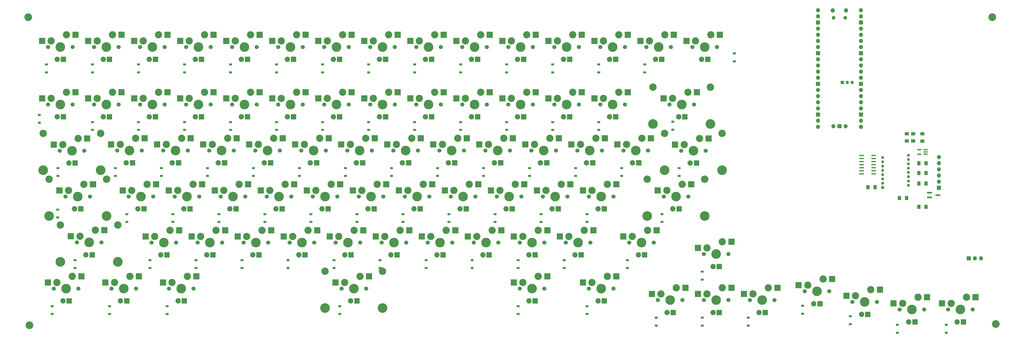
<source format=gbr>
%TF.GenerationSoftware,KiCad,Pcbnew,(6.0.10)*%
%TF.CreationDate,2023-01-22T17:56:11-08:00*%
%TF.ProjectId,OOTstag rev2,4f4f5473-7461-4672-9072-6576322e6b69,rev?*%
%TF.SameCoordinates,Original*%
%TF.FileFunction,Soldermask,Bot*%
%TF.FilePolarity,Negative*%
%FSLAX46Y46*%
G04 Gerber Fmt 4.6, Leading zero omitted, Abs format (unit mm)*
G04 Created by KiCad (PCBNEW (6.0.10)) date 2023-01-22 17:56:11*
%MOMM*%
%LPD*%
G01*
G04 APERTURE LIST*
G04 Aperture macros list*
%AMRoundRect*
0 Rectangle with rounded corners*
0 $1 Rounding radius*
0 $2 $3 $4 $5 $6 $7 $8 $9 X,Y pos of 4 corners*
0 Add a 4 corners polygon primitive as box body*
4,1,4,$2,$3,$4,$5,$6,$7,$8,$9,$2,$3,0*
0 Add four circle primitives for the rounded corners*
1,1,$1+$1,$2,$3*
1,1,$1+$1,$4,$5*
1,1,$1+$1,$6,$7*
1,1,$1+$1,$8,$9*
0 Add four rect primitives between the rounded corners*
20,1,$1+$1,$2,$3,$4,$5,0*
20,1,$1+$1,$4,$5,$6,$7,0*
20,1,$1+$1,$6,$7,$8,$9,0*
20,1,$1+$1,$8,$9,$2,$3,0*%
G04 Aperture macros list end*
%ADD10C,4.000000*%
%ADD11C,1.701800*%
%ADD12C,3.050000*%
%ADD13C,3.987800*%
%ADD14C,3.000000*%
%ADD15R,2.550000X2.500000*%
%ADD16C,2.200000*%
%ADD17R,2.200000X2.200000*%
%ADD18C,3.200000*%
%ADD19R,1.350000X1.350000*%
%ADD20O,1.350000X1.350000*%
%ADD21O,1.500000X1.500000*%
%ADD22O,1.800000X1.800000*%
%ADD23O,1.700000X1.700000*%
%ADD24R,1.700000X1.700000*%
%ADD25R,1.200000X0.900000*%
%ADD26RoundRect,0.250001X-0.462499X-0.624999X0.462499X-0.624999X0.462499X0.624999X-0.462499X0.624999X0*%
%ADD27RoundRect,0.250001X0.462499X0.624999X-0.462499X0.624999X-0.462499X-0.624999X0.462499X-0.624999X0*%
%ADD28R,1.200000X1.200000*%
%ADD29C,1.200000*%
%ADD30R,2.000000X0.650000*%
%ADD31RoundRect,0.250001X0.624999X-0.462499X0.624999X0.462499X-0.624999X0.462499X-0.624999X-0.462499X0*%
%ADD32R,1.970000X0.600000*%
%ADD33RoundRect,0.250001X-0.624999X0.462499X-0.624999X-0.462499X0.624999X-0.462499X0.624999X0.462499X0*%
%ADD34R,1.800000X0.600000*%
G04 APERTURE END LIST*
D10*
%TO.C,K76*%
X195030950Y-265524300D03*
D11*
X201863750Y-257472500D03*
D12*
X195030950Y-250284300D03*
D13*
X206943750Y-257472500D03*
D14*
X203133750Y-254932500D03*
D10*
X218830950Y-265524300D03*
D14*
X209483750Y-252392500D03*
D11*
X212023750Y-257472500D03*
D12*
X218830950Y-250284300D03*
D15*
X213233750Y-252392500D03*
X199383750Y-254932500D03*
D16*
X205648350Y-262577900D03*
D17*
X208213750Y-262577900D03*
%TD*%
D14*
%TO.C,K40*%
X262665000Y-197782500D03*
D11*
X261395000Y-200322500D03*
D14*
X269015000Y-195242500D03*
D13*
X266475000Y-200322500D03*
D11*
X271555000Y-200322500D03*
D15*
X272765000Y-195242500D03*
X258915000Y-197782500D03*
D16*
X265179600Y-205427900D03*
D17*
X267745000Y-205427900D03*
%TD*%
D14*
%TO.C,K62*%
X149952500Y-233342500D03*
X143602500Y-235882500D03*
D11*
X142332500Y-238422500D03*
X152492500Y-238422500D03*
D13*
X147412500Y-238422500D03*
D15*
X153702500Y-233342500D03*
X139852500Y-235882500D03*
D16*
X146117100Y-243527900D03*
D17*
X148682500Y-243527900D03*
%TD*%
D14*
%TO.C,K4*%
X157890000Y-154920000D03*
X164240000Y-152380000D03*
D13*
X161700000Y-157460000D03*
D11*
X166780000Y-157460000D03*
X156620000Y-157460000D03*
D15*
X167990000Y-152380000D03*
X154140000Y-154920000D03*
D16*
X160404600Y-162565400D03*
D17*
X162970000Y-162565400D03*
%TD*%
D11*
%TO.C,K76*%
X97780300Y-219368200D03*
D14*
X88890300Y-216828200D03*
D10*
X80787500Y-227420000D03*
D12*
X104587500Y-212180000D03*
D13*
X92700300Y-219368200D03*
D12*
X80787500Y-212180000D03*
D10*
X104587500Y-227420000D03*
D14*
X95240300Y-214288200D03*
D11*
X87620300Y-219368200D03*
D15*
X98990300Y-214288200D03*
X85140300Y-216828200D03*
D16*
X91404900Y-224473600D03*
D17*
X93970300Y-224473600D03*
%TD*%
D14*
%TO.C,K46*%
X88833750Y-216832500D03*
D13*
X92643750Y-219372500D03*
D14*
X95183750Y-214292500D03*
D11*
X97723750Y-219372500D03*
X87563750Y-219372500D03*
D15*
X98933750Y-214292500D03*
X85083750Y-216832500D03*
D16*
X91348350Y-224477900D03*
D17*
X93913750Y-224477900D03*
%TD*%
D10*
%TO.C,K76*%
X78387500Y-208420000D03*
D13*
X90300300Y-200368200D03*
D11*
X95380300Y-200368200D03*
D14*
X86490300Y-197828200D03*
D10*
X102187500Y-208420000D03*
D12*
X102187500Y-193180000D03*
D11*
X85220300Y-200368200D03*
D14*
X92840300Y-195288200D03*
D12*
X78387500Y-193180000D03*
D15*
X96590300Y-195288200D03*
X82740300Y-197828200D03*
D16*
X89004900Y-205473600D03*
D17*
X91570300Y-205473600D03*
%TD*%
D13*
%TO.C,K8*%
X237900000Y-157460000D03*
D14*
X240440000Y-152380000D03*
X234090000Y-154920000D03*
D11*
X232820000Y-157460000D03*
X242980000Y-157460000D03*
D15*
X244190000Y-152380000D03*
X230340000Y-154920000D03*
D16*
X236604600Y-162565400D03*
D17*
X239170000Y-162565400D03*
%TD*%
D14*
%TO.C,K51*%
X191227500Y-216832500D03*
D13*
X195037500Y-219372500D03*
D11*
X200117500Y-219372500D03*
X189957500Y-219372500D03*
D14*
X197577500Y-214292500D03*
D15*
X201327500Y-214292500D03*
X187477500Y-216832500D03*
D16*
X193742100Y-224477900D03*
D17*
X196307500Y-224477900D03*
%TD*%
D14*
%TO.C,K14*%
X354740000Y-152380000D03*
D13*
X352200000Y-157460000D03*
D14*
X348390000Y-154920000D03*
D11*
X357280000Y-157460000D03*
X347120000Y-157460000D03*
D15*
X358490000Y-152380000D03*
X344640000Y-154920000D03*
D16*
X350904600Y-162565400D03*
D17*
X353470000Y-162565400D03*
%TD*%
D18*
%TO.C,H2*%
X471200000Y-145100000D03*
%TD*%
D14*
%TO.C,K3*%
X138840000Y-154920000D03*
D11*
X137570000Y-157460000D03*
D14*
X145190000Y-152380000D03*
D11*
X147730000Y-157460000D03*
D13*
X142650000Y-157460000D03*
D15*
X148940000Y-152380000D03*
X135090000Y-154920000D03*
D16*
X141354600Y-162565400D03*
D17*
X143920000Y-162565400D03*
%TD*%
D14*
%TO.C,K12*%
X316640000Y-152380000D03*
D11*
X309020000Y-157460000D03*
X319180000Y-157460000D03*
D13*
X314100000Y-157460000D03*
D14*
X310290000Y-154920000D03*
D15*
X320390000Y-152380000D03*
X306540000Y-154920000D03*
D16*
X312804600Y-162565400D03*
D17*
X315370000Y-162565400D03*
%TD*%
D14*
%TO.C,K42*%
X300765000Y-197782500D03*
D11*
X299495000Y-200322500D03*
D13*
X304575000Y-200322500D03*
D11*
X309655000Y-200322500D03*
D14*
X307115000Y-195242500D03*
D15*
X310865000Y-195242500D03*
X297015000Y-197782500D03*
D16*
X303279600Y-205427900D03*
D17*
X305845000Y-205427900D03*
%TD*%
D13*
%TO.C,K78*%
X309337500Y-257472500D03*
D11*
X314417500Y-257472500D03*
D14*
X305527500Y-254932500D03*
X311877500Y-252392500D03*
D11*
X304257500Y-257472500D03*
D15*
X315627500Y-252392500D03*
X301777500Y-254932500D03*
D16*
X308042100Y-262577900D03*
D17*
X310607500Y-262577900D03*
%TD*%
D14*
%TO.C,K55*%
X267427500Y-216832500D03*
D11*
X266157500Y-219372500D03*
X276317500Y-219372500D03*
D13*
X271237500Y-219372500D03*
D14*
X273777500Y-214292500D03*
D15*
X277527500Y-214292500D03*
X263677500Y-216832500D03*
D16*
X269942100Y-224477900D03*
D17*
X272507500Y-224477900D03*
%TD*%
D11*
%TO.C,K5*%
X185830000Y-157460000D03*
D14*
X183290000Y-152380000D03*
X176940000Y-154920000D03*
D11*
X175670000Y-157460000D03*
D13*
X180750000Y-157460000D03*
D15*
X187040000Y-152380000D03*
X173190000Y-154920000D03*
D16*
X179454600Y-162565400D03*
D17*
X182020000Y-162565400D03*
%TD*%
D14*
%TO.C,K61*%
X130902500Y-233342500D03*
D13*
X128362500Y-238422500D03*
D11*
X133442500Y-238422500D03*
X123282500Y-238422500D03*
D14*
X124552500Y-235882500D03*
D15*
X134652500Y-233342500D03*
X120802500Y-235882500D03*
D16*
X127067100Y-243527900D03*
D17*
X129632500Y-243527900D03*
%TD*%
D19*
%TO.C,REF\u002A\u002A*%
X409200000Y-172100000D03*
D20*
X411200000Y-172100000D03*
X413200000Y-172100000D03*
%TD*%
D14*
%TO.C,K72*%
X353152500Y-240645000D03*
D11*
X351882500Y-243185000D03*
X362042500Y-243185000D03*
D14*
X359502500Y-238105000D03*
D13*
X356962500Y-243185000D03*
D15*
X363252500Y-238105000D03*
X349402500Y-240645000D03*
D16*
X355667100Y-248290400D03*
D17*
X358232500Y-248290400D03*
%TD*%
D14*
%TO.C,K64*%
X181702500Y-235882500D03*
D11*
X180432500Y-238422500D03*
D14*
X188052500Y-233342500D03*
D13*
X185512500Y-238422500D03*
D11*
X190592500Y-238422500D03*
D15*
X191802500Y-233342500D03*
X177952500Y-235882500D03*
D16*
X184217100Y-243527900D03*
D17*
X186782500Y-243527900D03*
%TD*%
D11*
%TO.C,MX_NUM6*%
X432850000Y-266140000D03*
D14*
X434120000Y-263600000D03*
D13*
X437930000Y-266140000D03*
D14*
X440470000Y-261060000D03*
D11*
X443010000Y-266140000D03*
D15*
X444220000Y-261060000D03*
X430370000Y-263600000D03*
D16*
X436634600Y-271245400D03*
D17*
X439200000Y-271245400D03*
%TD*%
D11*
%TO.C,K79*%
X342992500Y-262235000D03*
D14*
X340452500Y-257155000D03*
D11*
X332832500Y-262235000D03*
D14*
X334102500Y-259695000D03*
D13*
X337912500Y-262235000D03*
D15*
X344202500Y-257155000D03*
X330352500Y-259695000D03*
D16*
X336617100Y-267340400D03*
D17*
X339182500Y-267340400D03*
%TD*%
D11*
%TO.C,K54*%
X257267500Y-219372500D03*
D14*
X254727500Y-214292500D03*
D11*
X247107500Y-219372500D03*
D14*
X248377500Y-216832500D03*
D13*
X252187500Y-219372500D03*
D15*
X258477500Y-214292500D03*
X244627500Y-216832500D03*
D16*
X250892100Y-224477900D03*
D17*
X253457500Y-224477900D03*
%TD*%
D11*
%TO.C,K65*%
X209642500Y-238422500D03*
D14*
X200752500Y-235882500D03*
D11*
X199482500Y-238422500D03*
D14*
X207102500Y-233342500D03*
D13*
X204562500Y-238422500D03*
D15*
X210852500Y-233342500D03*
X197002500Y-235882500D03*
D16*
X203267100Y-243527900D03*
D17*
X205832500Y-243527900D03*
%TD*%
D14*
%TO.C,K18*%
X126140000Y-176192500D03*
X119790000Y-178732500D03*
D13*
X123600000Y-181272500D03*
D11*
X118520000Y-181272500D03*
X128680000Y-181272500D03*
D15*
X129890000Y-176192500D03*
X116040000Y-178732500D03*
D16*
X122304600Y-186377900D03*
D17*
X124870000Y-186377900D03*
%TD*%
D13*
%TO.C,K7*%
X218850000Y-157460000D03*
D14*
X221390000Y-152380000D03*
X215040000Y-154920000D03*
D11*
X213770000Y-157460000D03*
X223930000Y-157460000D03*
D15*
X225140000Y-152380000D03*
X211290000Y-154920000D03*
D16*
X217554600Y-162565400D03*
D17*
X220120000Y-162565400D03*
%TD*%
D14*
%TO.C,K68*%
X264252500Y-233342500D03*
X257902500Y-235882500D03*
D11*
X256632500Y-238422500D03*
X266792500Y-238422500D03*
D13*
X261712500Y-238422500D03*
D15*
X268002500Y-233342500D03*
X254152500Y-235882500D03*
D16*
X260417100Y-243527900D03*
D17*
X262982500Y-243527900D03*
%TD*%
D14*
%TO.C,K49*%
X153127500Y-216832500D03*
D13*
X156937500Y-219372500D03*
D14*
X159477500Y-214292500D03*
D11*
X162017500Y-219372500D03*
X151857500Y-219372500D03*
D15*
X163227500Y-214292500D03*
X149377500Y-216832500D03*
D16*
X155642100Y-224477900D03*
D17*
X158207500Y-224477900D03*
%TD*%
D14*
%TO.C,K34*%
X148365000Y-197782500D03*
X154715000Y-195242500D03*
D11*
X147095000Y-200322500D03*
D13*
X152175000Y-200322500D03*
D11*
X157255000Y-200322500D03*
D15*
X158465000Y-195242500D03*
X144615000Y-197782500D03*
D16*
X150879600Y-205427900D03*
D17*
X153445000Y-205427900D03*
%TD*%
D11*
%TO.C,K17*%
X99470000Y-181272500D03*
X109630000Y-181272500D03*
D13*
X104550000Y-181272500D03*
D14*
X100740000Y-178732500D03*
X107090000Y-176192500D03*
D15*
X110840000Y-176192500D03*
X96990000Y-178732500D03*
D16*
X103254600Y-186377900D03*
D17*
X105820000Y-186377900D03*
%TD*%
D14*
%TO.C,K24*%
X234090000Y-178732500D03*
D13*
X237900000Y-181272500D03*
D11*
X242980000Y-181272500D03*
D14*
X240440000Y-176192500D03*
D11*
X232820000Y-181272500D03*
D15*
X244190000Y-176192500D03*
X230340000Y-178732500D03*
D16*
X236604600Y-186377900D03*
D17*
X239170000Y-186377900D03*
%TD*%
D14*
%TO.C,K36*%
X192815000Y-195242500D03*
D13*
X190275000Y-200322500D03*
D14*
X186465000Y-197782500D03*
D11*
X195355000Y-200322500D03*
X185195000Y-200322500D03*
D15*
X196565000Y-195242500D03*
X182715000Y-197782500D03*
D16*
X188979600Y-205427900D03*
D17*
X191545000Y-205427900D03*
%TD*%
D11*
%TO.C,K21*%
X185830000Y-181272500D03*
X175670000Y-181272500D03*
D13*
X180750000Y-181272500D03*
D14*
X176940000Y-178732500D03*
X183290000Y-176192500D03*
D15*
X187040000Y-176192500D03*
X173190000Y-178732500D03*
D16*
X179454600Y-186377900D03*
D17*
X182020000Y-186377900D03*
%TD*%
D11*
%TO.C,MX_NUM4*%
X393554600Y-258600000D03*
D13*
X398634600Y-258600000D03*
D14*
X394824600Y-256060000D03*
X401174600Y-253520000D03*
D11*
X403714600Y-258600000D03*
D15*
X404924600Y-253520000D03*
X391074600Y-256060000D03*
D16*
X397339200Y-263705400D03*
D17*
X399904600Y-263705400D03*
%TD*%
D13*
%TO.C,K28*%
X314100000Y-181272500D03*
D14*
X310290000Y-178732500D03*
D11*
X319180000Y-181272500D03*
X309020000Y-181272500D03*
D14*
X316640000Y-176192500D03*
D15*
X320390000Y-176192500D03*
X306540000Y-178732500D03*
D16*
X312804600Y-186377900D03*
D17*
X315370000Y-186377900D03*
%TD*%
D14*
%TO.C,K38*%
X224565000Y-197782500D03*
D11*
X233455000Y-200322500D03*
D13*
X228375000Y-200322500D03*
D14*
X230915000Y-195242500D03*
D11*
X223295000Y-200322500D03*
D15*
X234665000Y-195242500D03*
X220815000Y-197782500D03*
D16*
X227079600Y-205427900D03*
D17*
X229645000Y-205427900D03*
%TD*%
D13*
%TO.C,K33*%
X133125000Y-200322500D03*
D14*
X135665000Y-195242500D03*
D11*
X138205000Y-200322500D03*
D14*
X129315000Y-197782500D03*
D11*
X128045000Y-200322500D03*
D15*
X139415000Y-195242500D03*
X125565000Y-197782500D03*
D16*
X131829600Y-205427900D03*
D17*
X134395000Y-205427900D03*
%TD*%
D11*
%TO.C,K37*%
X204245000Y-200322500D03*
X214405000Y-200322500D03*
D14*
X205515000Y-197782500D03*
D13*
X209325000Y-200322500D03*
D14*
X211865000Y-195242500D03*
D15*
X215615000Y-195242500D03*
X201765000Y-197782500D03*
D16*
X208029600Y-205427900D03*
D17*
X210595000Y-205427900D03*
%TD*%
D14*
%TO.C,K63*%
X162652500Y-235882500D03*
D11*
X161382500Y-238422500D03*
D13*
X166462500Y-238422500D03*
D14*
X169002500Y-233342500D03*
D11*
X171542500Y-238422500D03*
D15*
X172752500Y-233342500D03*
X158902500Y-235882500D03*
D16*
X165167100Y-243527900D03*
D17*
X167732500Y-243527900D03*
%TD*%
D10*
%TO.C,K76*%
X354587500Y-189320000D03*
D11*
X347780300Y-181268200D03*
D12*
X354587500Y-174080000D03*
X330787500Y-174080000D03*
D14*
X345240300Y-176188200D03*
D10*
X330787500Y-189320000D03*
D14*
X338890300Y-178728200D03*
D11*
X337620300Y-181268200D03*
D13*
X342700300Y-181268200D03*
D15*
X348990300Y-176188200D03*
X335140300Y-178728200D03*
D16*
X341404900Y-186373600D03*
D17*
X343970300Y-186373600D03*
%TD*%
D13*
%TO.C,K76*%
X340300300Y-219368200D03*
D14*
X342840300Y-214288200D03*
D11*
X335220300Y-219368200D03*
D12*
X328387500Y-212180000D03*
X352187500Y-212180000D03*
D11*
X345380300Y-219368200D03*
D10*
X352187500Y-227420000D03*
X328387500Y-227420000D03*
D14*
X336490300Y-216828200D03*
D15*
X346590300Y-214288200D03*
X332740300Y-216828200D03*
D16*
X339004900Y-224473600D03*
D17*
X341570300Y-224473600D03*
%TD*%
D14*
%TO.C,K75*%
X131696250Y-254932500D03*
D11*
X140586250Y-257472500D03*
D14*
X138046250Y-252392500D03*
D13*
X135506250Y-257472500D03*
D11*
X130426250Y-257472500D03*
D15*
X141796250Y-252392500D03*
X127946250Y-254932500D03*
D16*
X134210850Y-262577900D03*
D17*
X136776250Y-262577900D03*
%TD*%
D18*
%TO.C,H3*%
X72700000Y-272600000D03*
%TD*%
D14*
%TO.C,K1*%
X100740000Y-154920000D03*
D11*
X99470000Y-157460000D03*
D13*
X104550000Y-157460000D03*
D14*
X107090000Y-152380000D03*
D11*
X109630000Y-157460000D03*
D15*
X110840000Y-152380000D03*
X96990000Y-154920000D03*
D16*
X103254600Y-162565400D03*
D17*
X105820000Y-162565400D03*
%TD*%
D14*
%TO.C,K0*%
X88040000Y-152380000D03*
D11*
X90580000Y-157460000D03*
X80420000Y-157460000D03*
D14*
X81690000Y-154920000D03*
D13*
X85500000Y-157460000D03*
D15*
X91790000Y-152380000D03*
X77940000Y-154920000D03*
D16*
X84204600Y-162565400D03*
D17*
X86770000Y-162565400D03*
%TD*%
D11*
%TO.C,K25*%
X262030000Y-181272500D03*
X251870000Y-181272500D03*
D13*
X256950000Y-181272500D03*
D14*
X259490000Y-176192500D03*
X253140000Y-178732500D03*
D15*
X263240000Y-176192500D03*
X249390000Y-178732500D03*
D16*
X255654600Y-186377900D03*
D17*
X258220000Y-186377900D03*
%TD*%
D11*
%TO.C,K69*%
X275682500Y-238422500D03*
D13*
X280762500Y-238422500D03*
D14*
X276952500Y-235882500D03*
X283302500Y-233342500D03*
D11*
X285842500Y-238422500D03*
D15*
X287052500Y-233342500D03*
X273202500Y-235882500D03*
D16*
X279467100Y-243527900D03*
D17*
X282032500Y-243527900D03*
%TD*%
D21*
%TO.C,REF\u002A\u002A*%
X405525000Y-145380000D03*
D22*
X410675000Y-142350000D03*
D21*
X410375000Y-145380000D03*
D22*
X405225000Y-142350000D03*
D23*
X399060000Y-142220000D03*
X399060000Y-144760000D03*
D24*
X399060000Y-147300000D03*
D23*
X399060000Y-149840000D03*
X399060000Y-152380000D03*
X399060000Y-154920000D03*
X399060000Y-157460000D03*
D24*
X399060000Y-160000000D03*
D23*
X399060000Y-162540000D03*
X399060000Y-165080000D03*
X399060000Y-167620000D03*
X399060000Y-170160000D03*
D24*
X399060000Y-172700000D03*
D23*
X399060000Y-175240000D03*
X399060000Y-177780000D03*
X399060000Y-180320000D03*
X399060000Y-182860000D03*
D24*
X399060000Y-185400000D03*
D23*
X399060000Y-187940000D03*
X399060000Y-190480000D03*
X416840000Y-190480000D03*
X416840000Y-187940000D03*
D24*
X416840000Y-185400000D03*
D23*
X416840000Y-182860000D03*
X416840000Y-180320000D03*
X416840000Y-177780000D03*
X416840000Y-175240000D03*
D24*
X416840000Y-172700000D03*
D23*
X416840000Y-170160000D03*
X416840000Y-167620000D03*
X416840000Y-165080000D03*
X416840000Y-162540000D03*
D24*
X416840000Y-160000000D03*
D23*
X416840000Y-157460000D03*
X416840000Y-154920000D03*
X416840000Y-152380000D03*
X416840000Y-149840000D03*
D24*
X416840000Y-147300000D03*
D23*
X416840000Y-144760000D03*
X416840000Y-142220000D03*
X405410000Y-190250000D03*
D24*
X407950000Y-190250000D03*
D23*
X410490000Y-190250000D03*
%TD*%
D14*
%TO.C,K19*%
X145190000Y-176192500D03*
X138840000Y-178732500D03*
D11*
X137570000Y-181272500D03*
X147730000Y-181272500D03*
D13*
X142650000Y-181272500D03*
D15*
X148940000Y-176192500D03*
X135090000Y-178732500D03*
D16*
X141354600Y-186377900D03*
D17*
X143920000Y-186377900D03*
%TD*%
D14*
%TO.C,K57*%
X305527500Y-216832500D03*
X311877500Y-214292500D03*
D11*
X314417500Y-219372500D03*
D13*
X309337500Y-219372500D03*
D11*
X304257500Y-219372500D03*
D15*
X315627500Y-214292500D03*
X301777500Y-216832500D03*
D16*
X308042100Y-224477900D03*
D17*
X310607500Y-224477900D03*
%TD*%
D13*
%TO.C,K13*%
X333150000Y-157460000D03*
D14*
X335690000Y-152380000D03*
D11*
X338230000Y-157460000D03*
D14*
X329340000Y-154920000D03*
D11*
X328070000Y-157460000D03*
D15*
X339440000Y-152380000D03*
X325590000Y-154920000D03*
D16*
X331854600Y-162565400D03*
D17*
X334420000Y-162565400D03*
%TD*%
D14*
%TO.C,K56*%
X292827500Y-214292500D03*
X286477500Y-216832500D03*
D11*
X285207500Y-219372500D03*
X295367500Y-219372500D03*
D13*
X290287500Y-219372500D03*
D15*
X296577500Y-214292500D03*
X282727500Y-216832500D03*
D16*
X288992100Y-224477900D03*
D17*
X291557500Y-224477900D03*
%TD*%
D11*
%TO.C,K77*%
X275682500Y-257472500D03*
D14*
X283302500Y-252392500D03*
D13*
X280762500Y-257472500D03*
D11*
X285842500Y-257472500D03*
D14*
X276952500Y-254932500D03*
D15*
X287052500Y-252392500D03*
X273202500Y-254932500D03*
D16*
X279467100Y-262577900D03*
D17*
X282032500Y-262577900D03*
%TD*%
D14*
%TO.C,K70*%
X302352500Y-233342500D03*
D11*
X304892500Y-238422500D03*
X294732500Y-238422500D03*
D14*
X296002500Y-235882500D03*
D13*
X299812500Y-238422500D03*
D15*
X306102500Y-233342500D03*
X292252500Y-235882500D03*
D16*
X298517100Y-243527900D03*
D17*
X301082500Y-243527900D03*
%TD*%
D14*
%TO.C,K39*%
X243615000Y-197782500D03*
X249965000Y-195242500D03*
D11*
X252505000Y-200322500D03*
X242345000Y-200322500D03*
D13*
X247425000Y-200322500D03*
D15*
X253715000Y-195242500D03*
X239865000Y-197782500D03*
D16*
X246129600Y-205427900D03*
D17*
X248695000Y-205427900D03*
%TD*%
D11*
%TO.C,K6*%
X204880000Y-157460000D03*
D13*
X199800000Y-157460000D03*
D14*
X195990000Y-154920000D03*
D11*
X194720000Y-157460000D03*
D14*
X202340000Y-152380000D03*
D15*
X206090000Y-152380000D03*
X192240000Y-154920000D03*
D16*
X198504600Y-162565400D03*
D17*
X201070000Y-162565400D03*
%TD*%
D11*
%TO.C,K67*%
X237582500Y-238422500D03*
D14*
X238852500Y-235882500D03*
X245202500Y-233342500D03*
D11*
X247742500Y-238422500D03*
D13*
X242662500Y-238422500D03*
D15*
X248952500Y-233342500D03*
X235102500Y-235882500D03*
D16*
X241367100Y-243527900D03*
D17*
X243932500Y-243527900D03*
%TD*%
D11*
%TO.C,K22*%
X204880000Y-181272500D03*
D14*
X195990000Y-178732500D03*
X202340000Y-176192500D03*
D11*
X194720000Y-181272500D03*
D13*
X199800000Y-181272500D03*
D15*
X206090000Y-176192500D03*
X192240000Y-178732500D03*
D16*
X198504600Y-186377900D03*
D17*
X201070000Y-186377900D03*
%TD*%
D23*
%TO.C,J1*%
X449109000Y-203002000D03*
X449109000Y-205542000D03*
X449109000Y-208082000D03*
X449109000Y-210622000D03*
X449109000Y-213162000D03*
D24*
X449109000Y-215702000D03*
%TD*%
D14*
%TO.C,K76*%
X93590300Y-235828200D03*
D11*
X92320300Y-238368200D03*
X102480300Y-238368200D03*
D12*
X109287500Y-231180000D03*
D10*
X109287500Y-246420000D03*
D13*
X97400300Y-238368200D03*
D10*
X85487500Y-246420000D03*
D12*
X85487500Y-231180000D03*
D14*
X99940300Y-233288200D03*
D15*
X103690300Y-233288200D03*
X89840300Y-235828200D03*
D16*
X96104900Y-243473600D03*
D17*
X98670300Y-243473600D03*
%TD*%
D14*
%TO.C,K27*%
X291240000Y-178732500D03*
D11*
X300130000Y-181272500D03*
X289970000Y-181272500D03*
D13*
X295050000Y-181272500D03*
D14*
X297590000Y-176192500D03*
D15*
X301340000Y-176192500D03*
X287490000Y-178732500D03*
D16*
X293754600Y-186377900D03*
D17*
X296320000Y-186377900D03*
%TD*%
D13*
%TO.C,K66*%
X223612500Y-238422500D03*
D11*
X228692500Y-238422500D03*
D14*
X219802500Y-235882500D03*
D11*
X218532500Y-238422500D03*
D14*
X226152500Y-233342500D03*
D15*
X229902500Y-233342500D03*
X216052500Y-235882500D03*
D16*
X222317100Y-243527900D03*
D17*
X224882500Y-243527900D03*
%TD*%
D14*
%TO.C,K71*%
X328546250Y-233342500D03*
X322196250Y-235882500D03*
D13*
X326006250Y-238422500D03*
D11*
X331086250Y-238422500D03*
X320926250Y-238422500D03*
D15*
X332296250Y-233342500D03*
X318446250Y-235882500D03*
D16*
X324710850Y-243527900D03*
D17*
X327276250Y-243527900D03*
%TD*%
D13*
%TO.C,K76*%
X347500300Y-200368200D03*
D10*
X335587500Y-208420000D03*
D11*
X352580300Y-200368200D03*
D14*
X343690300Y-197828200D03*
D12*
X359387500Y-193180000D03*
D11*
X342420300Y-200368200D03*
D10*
X359387500Y-208420000D03*
D12*
X335587500Y-193180000D03*
D14*
X350040300Y-195288200D03*
D15*
X353790300Y-195288200D03*
X339940300Y-197828200D03*
D16*
X346204900Y-205473600D03*
D17*
X348770300Y-205473600D03*
%TD*%
D14*
%TO.C,K35*%
X167415000Y-197782500D03*
D11*
X176305000Y-200322500D03*
D14*
X173765000Y-195242500D03*
D13*
X171225000Y-200322500D03*
D11*
X166145000Y-200322500D03*
D15*
X177515000Y-195242500D03*
X163665000Y-197782500D03*
D16*
X169929600Y-205427900D03*
D17*
X172495000Y-205427900D03*
%TD*%
D11*
%TO.C,K48*%
X142967500Y-219372500D03*
D13*
X137887500Y-219372500D03*
D14*
X134077500Y-216832500D03*
X140427500Y-214292500D03*
D11*
X132807500Y-219372500D03*
D15*
X144177500Y-214292500D03*
X130327500Y-216832500D03*
D16*
X136592100Y-224477900D03*
D17*
X139157500Y-224477900D03*
%TD*%
D11*
%TO.C,K74*%
X116773750Y-257472500D03*
D14*
X114233750Y-252392500D03*
X107883750Y-254932500D03*
D13*
X111693750Y-257472500D03*
D11*
X106613750Y-257472500D03*
D15*
X117983750Y-252392500D03*
X104133750Y-254932500D03*
D16*
X110398350Y-262577900D03*
D17*
X112963750Y-262577900D03*
%TD*%
D11*
%TO.C,K43*%
X318545000Y-200322500D03*
D14*
X326165000Y-195242500D03*
X319815000Y-197782500D03*
D11*
X328705000Y-200322500D03*
D13*
X323625000Y-200322500D03*
D15*
X329915000Y-195242500D03*
X316065000Y-197782500D03*
D16*
X322329600Y-205427900D03*
D17*
X324895000Y-205427900D03*
%TD*%
D11*
%TO.C,K23*%
X223930000Y-181272500D03*
D13*
X218850000Y-181272500D03*
D14*
X221390000Y-176192500D03*
D11*
X213770000Y-181272500D03*
D14*
X215040000Y-178732500D03*
D15*
X225140000Y-176192500D03*
X211290000Y-178732500D03*
D16*
X217554600Y-186377900D03*
D17*
X220120000Y-186377900D03*
%TD*%
D18*
%TO.C,H1*%
X72200000Y-145100000D03*
%TD*%
D14*
%TO.C,K9*%
X253140000Y-154920000D03*
X259490000Y-152380000D03*
D11*
X251870000Y-157460000D03*
X262030000Y-157460000D03*
D13*
X256950000Y-157460000D03*
D15*
X263240000Y-152380000D03*
X249390000Y-154920000D03*
D16*
X255654600Y-162565400D03*
D17*
X258220000Y-162565400D03*
%TD*%
D14*
%TO.C,K16*%
X88040000Y-176192500D03*
X81690000Y-178732500D03*
D11*
X90580000Y-181272500D03*
D13*
X85500000Y-181272500D03*
D11*
X80420000Y-181272500D03*
D15*
X91790000Y-176192500D03*
X77940000Y-178732500D03*
D16*
X84204600Y-186377900D03*
D17*
X86770000Y-186377900D03*
%TD*%
D11*
%TO.C,MX_NUM7*%
X452914600Y-266140000D03*
X463074600Y-266140000D03*
D13*
X457994600Y-266140000D03*
D14*
X460534600Y-261060000D03*
X454184600Y-263600000D03*
D15*
X464284600Y-261060000D03*
X450434600Y-263600000D03*
D16*
X456699200Y-271245400D03*
D17*
X459264600Y-271245400D03*
%TD*%
D11*
%TO.C,K50*%
X181067500Y-219372500D03*
D14*
X172177500Y-216832500D03*
X178527500Y-214292500D03*
D13*
X175987500Y-219372500D03*
D11*
X170907500Y-219372500D03*
D15*
X182277500Y-214292500D03*
X168427500Y-216832500D03*
D16*
X174692100Y-224477900D03*
D17*
X177257500Y-224477900D03*
%TD*%
D24*
%TO.C,REF\u002A\u002A*%
X461457011Y-244983012D03*
D23*
X463997011Y-244983012D03*
X466537011Y-244983012D03*
%TD*%
D14*
%TO.C,K10*%
X272190000Y-154920000D03*
D11*
X281080000Y-157460000D03*
D13*
X276000000Y-157460000D03*
D14*
X278540000Y-152380000D03*
D11*
X270920000Y-157460000D03*
D15*
X282290000Y-152380000D03*
X268440000Y-154920000D03*
D16*
X274704600Y-162565400D03*
D17*
X277270000Y-162565400D03*
%TD*%
D14*
%TO.C,K41*%
X281715000Y-197782500D03*
D13*
X285525000Y-200322500D03*
D11*
X290605000Y-200322500D03*
D14*
X288065000Y-195242500D03*
D11*
X280445000Y-200322500D03*
D15*
X291815000Y-195242500D03*
X277965000Y-197782500D03*
D16*
X284229600Y-205427900D03*
D17*
X286795000Y-205427900D03*
%TD*%
D14*
%TO.C,K52*%
X210277500Y-216832500D03*
D11*
X209007500Y-219372500D03*
X219167500Y-219372500D03*
D13*
X214087500Y-219372500D03*
D14*
X216627500Y-214292500D03*
D15*
X220377500Y-214292500D03*
X206527500Y-216832500D03*
D16*
X212792100Y-224477900D03*
D17*
X215357500Y-224477900D03*
%TD*%
D18*
%TO.C,H4*%
X472700000Y-272100000D03*
%TD*%
D11*
%TO.C,K20*%
X156620000Y-181272500D03*
D13*
X161700000Y-181272500D03*
D14*
X157890000Y-178732500D03*
X164240000Y-176192500D03*
D11*
X166780000Y-181272500D03*
D15*
X167990000Y-176192500D03*
X154140000Y-178732500D03*
D16*
X160404600Y-186377900D03*
D17*
X162970000Y-186377900D03*
%TD*%
D11*
%TO.C,K11*%
X289970000Y-157460000D03*
D14*
X297590000Y-152380000D03*
X291240000Y-154920000D03*
D13*
X295050000Y-157460000D03*
D11*
X300130000Y-157460000D03*
D15*
X301340000Y-152380000D03*
X287490000Y-154920000D03*
D16*
X293754600Y-162565400D03*
D17*
X296320000Y-162565400D03*
%TD*%
D11*
%TO.C,K73*%
X82801250Y-257472500D03*
D13*
X87881250Y-257472500D03*
D14*
X90421250Y-252392500D03*
X84071250Y-254932500D03*
D11*
X92961250Y-257472500D03*
D15*
X94171250Y-252392500D03*
X80321250Y-254932500D03*
D16*
X86585850Y-262577900D03*
D17*
X89151250Y-262577900D03*
%TD*%
D11*
%TO.C,K26*%
X281080000Y-181272500D03*
D13*
X276000000Y-181272500D03*
D14*
X278540000Y-176192500D03*
D11*
X270920000Y-181272500D03*
D14*
X272190000Y-178732500D03*
D15*
X282290000Y-176192500D03*
X268440000Y-178732500D03*
D16*
X274704600Y-186377900D03*
D17*
X277270000Y-186377900D03*
%TD*%
D14*
%TO.C,K81*%
X372202500Y-259695000D03*
D11*
X370932500Y-262235000D03*
D13*
X376012500Y-262235000D03*
D14*
X378552500Y-257155000D03*
D11*
X381092500Y-262235000D03*
D15*
X382302500Y-257155000D03*
X368452500Y-259695000D03*
D16*
X374717100Y-267340400D03*
D17*
X377282500Y-267340400D03*
%TD*%
D13*
%TO.C,MX_NUM5*%
X418430000Y-262994600D03*
D11*
X413350000Y-262994600D03*
X423510000Y-262994600D03*
D14*
X414620000Y-260454600D03*
X420970000Y-257914600D03*
D15*
X424720000Y-257914600D03*
X410870000Y-260454600D03*
D16*
X417134600Y-268100000D03*
D17*
X419700000Y-268100000D03*
%TD*%
D14*
%TO.C,K32*%
X116615000Y-195242500D03*
D11*
X108995000Y-200322500D03*
D14*
X110265000Y-197782500D03*
D13*
X114075000Y-200322500D03*
D11*
X119155000Y-200322500D03*
D15*
X120365000Y-195242500D03*
X106515000Y-197782500D03*
D16*
X112779600Y-205427900D03*
D17*
X115345000Y-205427900D03*
%TD*%
D14*
%TO.C,K2*%
X119790000Y-154920000D03*
D11*
X118520000Y-157460000D03*
D13*
X123600000Y-157460000D03*
D14*
X126140000Y-152380000D03*
D11*
X128680000Y-157460000D03*
D15*
X129890000Y-152380000D03*
X116040000Y-154920000D03*
D16*
X122304600Y-162565400D03*
D17*
X124870000Y-162565400D03*
%TD*%
D14*
%TO.C,K47*%
X121377500Y-214292500D03*
D11*
X123917500Y-219372500D03*
X113757500Y-219372500D03*
D14*
X115027500Y-216832500D03*
D13*
X118837500Y-219372500D03*
D15*
X125127500Y-214292500D03*
X111277500Y-216832500D03*
D16*
X117542100Y-224477900D03*
D17*
X120107500Y-224477900D03*
%TD*%
D11*
%TO.C,K80*%
X351882500Y-262235000D03*
D14*
X353152500Y-259695000D03*
D11*
X362042500Y-262235000D03*
D14*
X359502500Y-257155000D03*
D13*
X356962500Y-262235000D03*
D15*
X363252500Y-257155000D03*
X349402500Y-259695000D03*
D16*
X355667100Y-267340400D03*
D17*
X358232500Y-267340400D03*
%TD*%
D14*
%TO.C,K53*%
X235677500Y-214292500D03*
X229327500Y-216832500D03*
D11*
X238217500Y-219372500D03*
X228057500Y-219372500D03*
D13*
X233137500Y-219372500D03*
D15*
X239427500Y-214292500D03*
X225577500Y-216832500D03*
D16*
X231842100Y-224477900D03*
D17*
X234407500Y-224477900D03*
%TD*%
D25*
%TO.C,D5*%
X174950000Y-168000000D03*
X174950000Y-164700000D03*
%TD*%
%TO.C,D50*%
X170187500Y-229912500D03*
X170187500Y-226612500D03*
%TD*%
%TO.C,D54*%
X246387500Y-229912500D03*
X246387500Y-226612500D03*
%TD*%
%TO.C,D52*%
X208287500Y-229912500D03*
X208287500Y-226612500D03*
%TD*%
%TO.C,D31*%
X84462500Y-210862500D03*
X84462500Y-207562500D03*
%TD*%
%TO.C,D18*%
X117800000Y-191812500D03*
X117800000Y-188512500D03*
%TD*%
%TO.C,D0*%
X79700000Y-168000000D03*
X79700000Y-164700000D03*
%TD*%
%TO.C,D32*%
X108275000Y-210862500D03*
X108275000Y-207562500D03*
%TD*%
%TO.C,D29*%
X339000000Y-191650000D03*
X339000000Y-188350000D03*
%TD*%
%TO.C,D86*%
X412442900Y-272244600D03*
X412442900Y-268944600D03*
%TD*%
D26*
%TO.C,R1*%
X440856500Y-209596000D03*
X443831500Y-209596000D03*
%TD*%
D25*
%TO.C,D27*%
X289250000Y-191812500D03*
X289250000Y-188512500D03*
%TD*%
%TO.C,D2*%
X117800000Y-168000000D03*
X117800000Y-164700000D03*
%TD*%
%TO.C,D6*%
X194000000Y-168000000D03*
X194000000Y-164700000D03*
%TD*%
%TO.C,D49*%
X151137500Y-229912500D03*
X151137500Y-226612500D03*
%TD*%
%TO.C,D61*%
X122562500Y-248962500D03*
X122562500Y-245662500D03*
%TD*%
%TO.C,D71*%
X320206250Y-248962500D03*
X320206250Y-245662500D03*
%TD*%
%TO.C,D64*%
X179712500Y-248962500D03*
X179712500Y-245662500D03*
%TD*%
%TO.C,D67*%
X236862500Y-248962500D03*
X236862500Y-245662500D03*
%TD*%
%TO.C,D19*%
X136850000Y-191812500D03*
X136850000Y-188512500D03*
%TD*%
%TO.C,D17*%
X98750000Y-191812500D03*
X98750000Y-188512500D03*
%TD*%
%TO.C,D40*%
X260675000Y-210862500D03*
X260675000Y-207562500D03*
%TD*%
%TO.C,D28*%
X308300000Y-191812500D03*
X308300000Y-188512500D03*
%TD*%
%TO.C,D80*%
X351162500Y-272775000D03*
X351162500Y-269475000D03*
%TD*%
D26*
%TO.C,R4*%
X432746500Y-219952000D03*
X435721500Y-219952000D03*
%TD*%
D27*
%TO.C,C2*%
X443831500Y-213914000D03*
X440856500Y-213914000D03*
%TD*%
D25*
%TO.C,D41*%
X279725000Y-210862500D03*
X279725000Y-207562500D03*
%TD*%
%TO.C,D60*%
X91606250Y-248962500D03*
X91606250Y-245662500D03*
%TD*%
%TO.C,D51*%
X189237500Y-229912500D03*
X189237500Y-226612500D03*
%TD*%
%TO.C,D36*%
X184475000Y-210862500D03*
X184475000Y-207562500D03*
%TD*%
%TO.C,D76*%
X201143750Y-268012500D03*
X201143750Y-264712500D03*
%TD*%
D27*
%TO.C,C4*%
X443831500Y-205532000D03*
X440856500Y-205532000D03*
%TD*%
D25*
%TO.C,D53*%
X227337500Y-229912500D03*
X227337500Y-226612500D03*
%TD*%
%TO.C,D57*%
X303537500Y-229912500D03*
X303537500Y-226612500D03*
%TD*%
%TO.C,D86*%
X431935400Y-275750000D03*
X431935400Y-272450000D03*
%TD*%
%TO.C,D62*%
X141612500Y-248962500D03*
X141612500Y-245662500D03*
%TD*%
%TO.C,D35*%
X165425000Y-210862500D03*
X165425000Y-207562500D03*
%TD*%
%TO.C,D20*%
X155900000Y-191812500D03*
X155900000Y-188512500D03*
%TD*%
%TO.C,D8*%
X232100000Y-168000000D03*
X232100000Y-164700000D03*
%TD*%
%TO.C,D81*%
X370212500Y-272775000D03*
X370212500Y-269475000D03*
%TD*%
%TO.C,D86*%
X392697500Y-267906250D03*
X392697500Y-264606250D03*
%TD*%
%TO.C,D72*%
X351162500Y-253725000D03*
X351162500Y-250425000D03*
%TD*%
%TO.C,D13*%
X327350000Y-168000000D03*
X327350000Y-164700000D03*
%TD*%
%TO.C,D4*%
X155900000Y-168000000D03*
X155900000Y-164700000D03*
%TD*%
%TO.C,D56*%
X284487500Y-229912500D03*
X284487500Y-226612500D03*
%TD*%
%TO.C,D38*%
X222575000Y-210862500D03*
X222575000Y-207562500D03*
%TD*%
D28*
%TO.C,U2*%
X425845000Y-215620000D03*
D29*
X425845000Y-213840000D03*
X425845000Y-212060000D03*
X425845000Y-210280000D03*
X425845000Y-208500000D03*
X425845000Y-206720000D03*
X425845000Y-204940000D03*
X425845000Y-203160000D03*
X436545000Y-202270000D03*
X436545000Y-204050000D03*
X436545000Y-205830000D03*
X436545000Y-207610000D03*
X436545000Y-209390000D03*
X436545000Y-211170000D03*
X436545000Y-212950000D03*
X436545000Y-214730000D03*
%TD*%
D25*
%TO.C,D26*%
X270200000Y-191812500D03*
X270200000Y-188512500D03*
%TD*%
%TO.C,D22*%
X194000000Y-191812500D03*
X194000000Y-188512500D03*
%TD*%
D30*
%TO.C,U1*%
X445274000Y-219702000D03*
X445274000Y-217802000D03*
X448694000Y-218752000D03*
%TD*%
D25*
%TO.C,D70*%
X294012500Y-248962500D03*
X294012500Y-245662500D03*
%TD*%
%TO.C,D48*%
X132087500Y-229912500D03*
X132087500Y-226612500D03*
%TD*%
%TO.C,D58*%
X334493750Y-229912500D03*
X334493750Y-226612500D03*
%TD*%
%TO.C,D75*%
X129706250Y-268012500D03*
X129706250Y-264712500D03*
%TD*%
%TO.C,D66*%
X217812500Y-248962500D03*
X217812500Y-245662500D03*
%TD*%
%TO.C,D25*%
X251150000Y-191812500D03*
X251150000Y-188512500D03*
%TD*%
%TO.C,D3*%
X136850000Y-168000000D03*
X136850000Y-164700000D03*
%TD*%
%TO.C,D9*%
X251150000Y-168000000D03*
X251150000Y-164700000D03*
%TD*%
D31*
%TO.C,C5*%
X442284000Y-196389500D03*
X442284000Y-193414500D03*
%TD*%
D27*
%TO.C,C3*%
X422749500Y-215438000D03*
X419774500Y-215438000D03*
%TD*%
D32*
%TO.C,U4*%
X422109000Y-202342000D03*
X422109000Y-203612000D03*
X422109000Y-204882000D03*
X422109000Y-206152000D03*
X422109000Y-207422000D03*
X422109000Y-208692000D03*
X422109000Y-209962000D03*
X417159000Y-209962000D03*
X417159000Y-208692000D03*
X417159000Y-207422000D03*
X417159000Y-206152000D03*
X417159000Y-204882000D03*
X417159000Y-203612000D03*
X417159000Y-202342000D03*
%TD*%
D25*
%TO.C,D65*%
X198762500Y-248962500D03*
X198762500Y-245662500D03*
%TD*%
%TO.C,D10*%
X270200000Y-168000000D03*
X270200000Y-164700000D03*
%TD*%
%TO.C,D73*%
X82081250Y-268012500D03*
X82081250Y-264712500D03*
%TD*%
%TO.C,D37*%
X203525000Y-210862500D03*
X203525000Y-207562500D03*
%TD*%
%TO.C,D46*%
X84400000Y-228050000D03*
X84400000Y-224750000D03*
%TD*%
%TO.C,D24*%
X232100000Y-191812500D03*
X232100000Y-188512500D03*
%TD*%
%TO.C,D69*%
X274962500Y-248962500D03*
X274962500Y-245662500D03*
%TD*%
%TO.C,D78*%
X303537500Y-268012500D03*
X303537500Y-264712500D03*
%TD*%
%TO.C,D11*%
X289250000Y-168000000D03*
X289250000Y-164700000D03*
%TD*%
D33*
%TO.C,R3*%
X438484000Y-193364500D03*
X438484000Y-196339500D03*
%TD*%
D27*
%TO.C,C1*%
X443831500Y-223566000D03*
X440856500Y-223566000D03*
%TD*%
D25*
%TO.C,D33*%
X127325000Y-210862500D03*
X127325000Y-207562500D03*
%TD*%
%TO.C,D39*%
X241625000Y-210862500D03*
X241625000Y-207562500D03*
%TD*%
%TO.C,D21*%
X174950000Y-191812500D03*
X174950000Y-188512500D03*
%TD*%
%TO.C,D12*%
X308300000Y-168000000D03*
X308300000Y-164700000D03*
%TD*%
%TO.C,D23*%
X213050000Y-191812500D03*
X213050000Y-188512500D03*
%TD*%
%TO.C,D55*%
X265437500Y-229912500D03*
X265437500Y-226612500D03*
%TD*%
%TO.C,D77*%
X274962500Y-268012500D03*
X274962500Y-264712500D03*
%TD*%
D34*
%TO.C,IC1*%
X443584000Y-199952000D03*
X443584000Y-200902000D03*
X443584000Y-201852000D03*
X440984000Y-201852000D03*
X440984000Y-199952000D03*
%TD*%
D25*
%TO.C,D63*%
X160662500Y-248962500D03*
X160662500Y-245662500D03*
%TD*%
%TO.C,D34*%
X146375000Y-210862500D03*
X146375000Y-207562500D03*
%TD*%
%TO.C,D7*%
X213050000Y-168000000D03*
X213050000Y-164700000D03*
%TD*%
%TO.C,D47*%
X113037500Y-229912500D03*
X113037500Y-226612500D03*
%TD*%
%TO.C,D74*%
X105893750Y-268012500D03*
X105893750Y-264712500D03*
%TD*%
%TO.C,D79*%
X332112500Y-272775000D03*
X332112500Y-269475000D03*
%TD*%
%TO.C,D14*%
X364500000Y-163400000D03*
X364500000Y-160100000D03*
%TD*%
%TO.C,D43*%
X317825000Y-210862500D03*
X317825000Y-207562500D03*
%TD*%
%TO.C,D16*%
X76800000Y-188850000D03*
X76800000Y-185550000D03*
%TD*%
%TO.C,D42*%
X298775000Y-210862500D03*
X298775000Y-207562500D03*
%TD*%
%TO.C,D44*%
X341637500Y-210862500D03*
X341637500Y-207562500D03*
%TD*%
D31*
%TO.C,R2*%
X435834000Y-196339500D03*
X435834000Y-193364500D03*
%TD*%
D25*
%TO.C,D68*%
X255912500Y-248962500D03*
X255912500Y-245662500D03*
%TD*%
%TO.C,D86*%
X452200000Y-275750000D03*
X452200000Y-272450000D03*
%TD*%
%TO.C,D1*%
X98750000Y-168000000D03*
X98750000Y-164700000D03*
%TD*%
M02*

</source>
